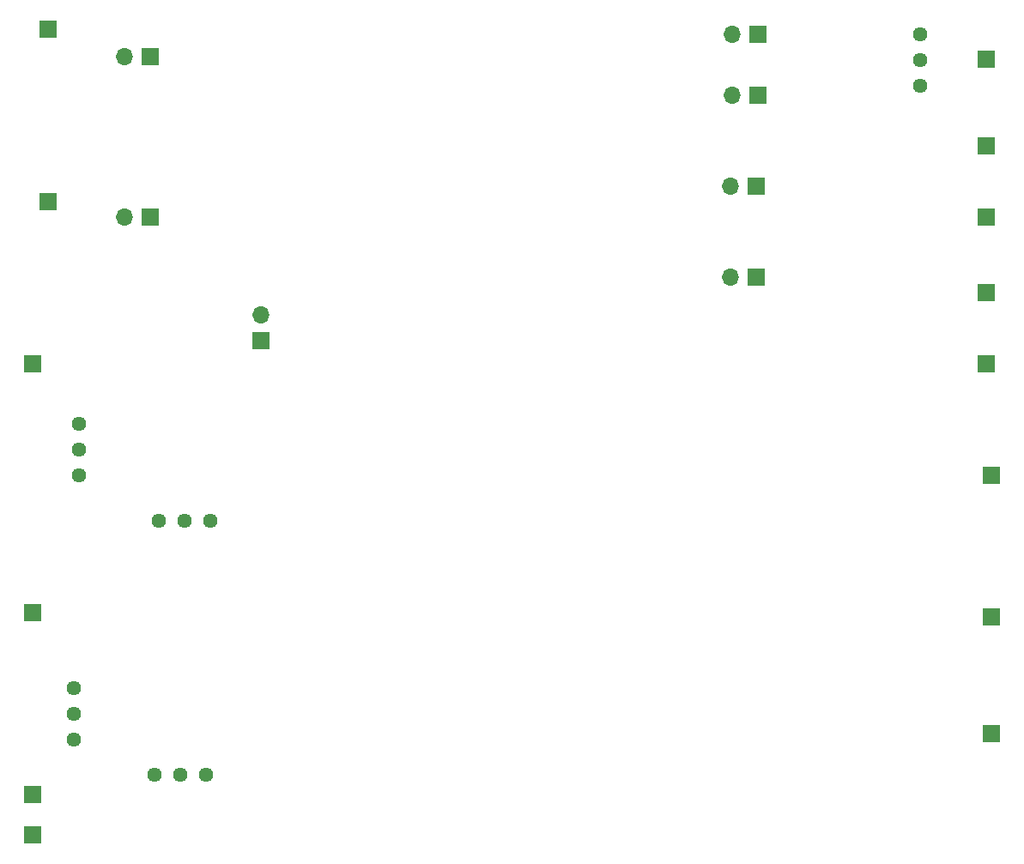
<source format=gbr>
%TF.GenerationSoftware,KiCad,Pcbnew,8.0.8*%
%TF.CreationDate,2025-02-22T00:09:07-08:00*%
%TF.ProjectId,deflection_board,6465666c-6563-4746-996f-6e5f626f6172,rev?*%
%TF.SameCoordinates,Original*%
%TF.FileFunction,Soldermask,Bot*%
%TF.FilePolarity,Negative*%
%FSLAX46Y46*%
G04 Gerber Fmt 4.6, Leading zero omitted, Abs format (unit mm)*
G04 Created by KiCad (PCBNEW 8.0.8) date 2025-02-22 00:09:07*
%MOMM*%
%LPD*%
G01*
G04 APERTURE LIST*
%ADD10C,1.440000*%
%ADD11R,1.700000X1.700000*%
%ADD12O,1.700000X1.700000*%
G04 APERTURE END LIST*
D10*
%TO.C,RV2*%
X128000000Y-90960000D03*
X128000000Y-93500000D03*
X128000000Y-96040000D03*
%TD*%
D11*
%TO.C,J2*%
X123500000Y-109546249D03*
%TD*%
%TO.C,J19*%
X195000000Y-58500000D03*
D12*
X192460000Y-58500000D03*
%TD*%
D10*
%TO.C,RV3*%
X141000000Y-100500000D03*
X138460000Y-100500000D03*
X135920000Y-100500000D03*
%TD*%
D11*
%TO.C,J4*%
X217500000Y-85000000D03*
%TD*%
%TO.C,J14*%
X217500000Y-78000000D03*
%TD*%
D10*
%TO.C,RV5*%
X140540000Y-125546249D03*
X138000000Y-125546249D03*
X135460000Y-125546249D03*
%TD*%
D11*
%TO.C,J10*%
X123500000Y-127500000D03*
%TD*%
%TO.C,J11*%
X217500000Y-70500000D03*
%TD*%
%TO.C,J13*%
X217500000Y-63500000D03*
%TD*%
%TO.C,J17*%
X194875000Y-67500000D03*
D12*
X192335000Y-67500000D03*
%TD*%
D11*
%TO.C,J6*%
X218000000Y-110000000D03*
%TD*%
%TO.C,J7*%
X218000000Y-121500000D03*
%TD*%
%TO.C,J1*%
X217500000Y-55000000D03*
%TD*%
%TO.C,J16*%
X194875000Y-76500000D03*
D12*
X192335000Y-76500000D03*
%TD*%
D11*
%TO.C,J5*%
X218000000Y-96000000D03*
%TD*%
%TO.C,J9*%
X125000000Y-69000000D03*
%TD*%
D10*
%TO.C,RV4*%
X127500000Y-117006249D03*
X127500000Y-119546249D03*
X127500000Y-122086249D03*
%TD*%
%TO.C,RV1*%
X211000000Y-57550000D03*
X211000000Y-55010000D03*
X211000000Y-52470000D03*
%TD*%
D11*
%TO.C,J18*%
X195040000Y-52500000D03*
D12*
X192500000Y-52500000D03*
%TD*%
D11*
%TO.C,J12*%
X123500000Y-131500000D03*
%TD*%
%TO.C,J8*%
X125000000Y-52000000D03*
%TD*%
%TO.C,J21*%
X135040000Y-54745000D03*
D12*
X132500000Y-54745000D03*
%TD*%
D11*
%TO.C,J20*%
X135040000Y-70500000D03*
D12*
X132500000Y-70500000D03*
%TD*%
D11*
%TO.C,J15*%
X146000000Y-82775000D03*
D12*
X146000000Y-80235000D03*
%TD*%
D11*
%TO.C,J3*%
X123500000Y-85000000D03*
%TD*%
M02*

</source>
